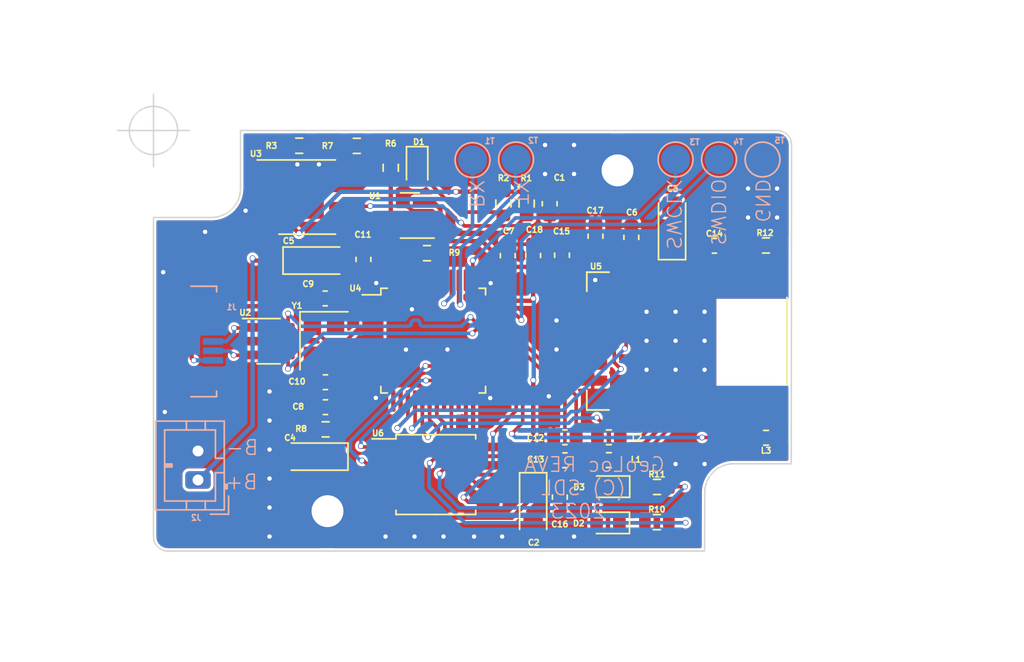
<source format=kicad_pcb>
(kicad_pcb (version 20211014) (generator pcbnew)
  (title_block (title "GPSRecorder") (date "24 jun 2013") (company "SDL"))
  (layers (0 "F.Cu" signal "TOP") (31 "B.Cu" signal "BOTTOM") (34 "B.Paste" user) (35 "F.Paste" user) (36 "B.SilkS" user "B.Silkscreen") (37 "F.SilkS" user "F.Silkscreen") (38 "B.Mask" user) (39 "F.Mask" user) (44 "Edge.Cuts" user))
  (net 0 "")
  (net 1 "GND")
  (net 2 "GPS_RST")
  (net 3 "+3V3")
  (net 4 "GPS_RX")
  (net 5 "GPS_TX")
  (net 6 "+5V")
  (net 7 "DBG_SWDIO")
  (net 8 "DBG_SWCLK")
  (net 9 "USB_OTG_FS_D-")
  (net 10 "USB_OTG_FS_D+")
  (net 11 "Net-(C1-Pad2)")
  (net 12 "DBG_RX")
  (net 13 "GPS_TM")
  (net 14 "GPS_FIX")
  (net 15 "FLASH_NSS")
  (net 16 "FLASH_SCK")
  (net 17 "FLASH_MISO")
  (net 18 "FLASH_MOSI")
  (net 19 "GPS_SB")
  (net 20 "DBG_TX")
  (net 21 "Net-(L3-Pad2)")
  (net 22 "Net-(C14-Pad1)")
  (net 23 "Net-(C14-Pad2)")
  (net 24 "Net-(D1-Pad2)")
  (net 25 "Net-(D1-Pad1)")
  (net 26 "Net-(R3-Pad2)")
  (net 27 "Net-(R9-Pad1)")
  (net 28 "Net-(R10-Pad1)")
  (net 29 "Net-(R6-Pad2)")
  (net 30 "Net-(R11-Pad1)")
  (net 31 "Net-(R12-Pad1)")
  (net 32 "Net-(L1-Pad2)")
  (net 33 "Net-(L2-Pad2)")
  (net 34 "Net-(D3-Pad1)")
  (net 35 "Net-(J1-Pad2)")
  (net 36 "Net-(J1-Pad3)")
  (net 52 "+BATT")
  (net 53 "Net-(C8-Pad2)")
  (net 54 "Net-(C9-Pad1)")
  (net 55 "Net-(C10-Pad1)")
  (net 56 "Net-(D2-Pad1)")
  (footprint "LED_SMD:LED_0603_1608Metric" (layer "F.Cu") (at 103.14 62.86 180)
    (fp_text reference "D2")
    (fp_text value "LED_RED")
  )
  (footprint "Capacitor_Tantalum_SMD:CP_EIA-3216-10_Kemet-I" (layer "F.Cu") (at 82.9 58.29 180)
    (fp_text reference "C4")
    (fp_text value "10u")
  )
  (footprint "Capacitor_SMD:C_0603_1608Metric" (layer "F.Cu") (at 86.278 44.69 -90)
    (fp_text reference "C11")
    (fp_text value "100n")
  )
  (footprint "Capacitor_SMD:C_0603_1608Metric" (layer "F.Cu") (at 100.17 58.54 180)
    (fp_text reference "C13")
    (fp_text value "22p")
  )
  (footprint "Package_SO:SOIC-8-1EP_3.9x4.9mm_P1.27mm_EP2.29x3mm" (layer "F.Cu") (at 82.4 40.39)
    (fp_text reference "U3")
    (fp_text value "CN3085")
  )
  (footprint "MountingHole:MountingHole_2.2mm_M2_Pad" (layer "F.Cu") (at 83.8 62.05)
    (fp_text reference "H2" hide)
    (fp_text value "MountingHole_Pad")
  )
  (footprint "Capacitor_SMD:C_0603_1608Metric" (layer "F.Cu") (at 83.66 54.88)
    (fp_text reference "C8")
    (fp_text value "100n")
  )
  (footprint "Package_TO_SOT_SMD:SOT-23" (layer "F.Cu") (at 89.48 41.66 180)
    (fp_text reference "U1")
    (fp_text value "MCP1700T-3302E/TT")
  )
  (footprint "LED_SMD:LED_0603_1608Metric" (layer "F.Cu") (at 103.155 60.36 180)
    (fp_text reference "D3")
    (fp_text value "LED_RED")
  )
  (footprint "Capacitor_Tantalum_SMD:CP_EIA-3216-10_Kemet-I" (layer "F.Cu") (at 83.0425 44.77)
    (fp_text reference "C5")
    (fp_text value "10u")
  )
  (footprint "Inductor_SMD:L_0603_1608Metric" (layer "F.Cu") (at 103.2 56.96)
    (fp_text reference "L2")
    (fp_text value "BEAD")
  )
  (footprint "Capacitor_SMD:C_0603_1608Metric" (layer "F.Cu") (at 102.28 43.09 90)
    (fp_text reference "C17")
    (fp_text value "22p")
  )
  (footprint "Package_TO_SOT_SMD:SOT-23-6" (layer "F.Cu") (at 79.74 50.33)
    (fp_text reference "U2")
    (fp_text value "USBLC6-4_9")
  )
  (footprint "Resistor_SMD:R_0603_1608Metric" (layer "F.Cu") (at 90.66 44.26 180)
    (fp_text reference "R9")
    (fp_text value "10K")
  )
  (footprint "Resistor_SMD:R_0603_1608Metric" (layer "F.Cu") (at 83.67 56.41 180)
    (fp_text reference "R8")
    (fp_text value "1K")
  )
  (footprint "Resistor_SMD:R_0603_1608Metric" (layer "F.Cu") (at 88.16 38.37 90)
    (fp_text reference "R6")
    (fp_text value "3K")
  )
  (footprint "Package_SO:SOIC-8_5.275x5.275mm_P1.27mm" (layer "F.Cu") (at 91.27 59.53)
    (fp_text reference "U6")
    (fp_text value "SST26VF032B")
  )
  (footprint "Resistor_SMD:R_0603_1608Metric" (layer "F.Cu") (at 106.51 62.81 180)
    (fp_text reference "R10")
    (fp_text value "330R")
  )
  (footprint "Resistor_SMD:R_0603_1608Metric" (layer "F.Cu") (at 85.82 36.86 180)
    (fp_text reference "R7")
    (fp_text value "1K2")
  )
  (footprint "Capacitor_SMD:C_0603_1608Metric" (layer "F.Cu") (at 99.97 44.4 90)
    (fp_text reference "C15")
    (fp_text value "22p")
  )
  (footprint "Resistor_SMD:R_0603_1608Metric" (layer "F.Cu") (at 114.03 43.73 180)
    (fp_text reference "R12")
    (fp_text value "0R")
  )
  (footprint "project_footprints:XCVR_M20050-1" (layer "F.Cu") (at 108.58 50.32 -90)
    (fp_text reference "U5")
    (fp_text value "M20050-1")
  )
  (footprint "Capacitor_SMD:C_0603_1608Metric" (layer "F.Cu") (at 97.98 44.42 90)
    (fp_text reference "C18")
    (fp_text value "22p")
  )
  (footprint "Package_QFP:LQFP-48_7x7mm_P0.5mm" (layer "F.Cu") (at 91.09 50.29)
    (fp_text reference "U4")
    (fp_text value "STM32F072CBT6")
  )
  (footprint "Capacitor_SMD:C_0603_1608Metric" (layer "F.Cu") (at 96.23 44.43 90)
    (fp_text reference "C7")
    (fp_text value "100n")
  )
  (footprint "LED_SMD:LED_0603_1608Metric" (layer "F.Cu") (at 89.98 38.4 -90)
    (fp_text reference "D1")
    (fp_text value "LTST-C190KRKT")
  )
  (footprint "Capacitor_Tantalum_SMD:CP_EIA-3216-10_Kemet-I" (layer "F.Cu") (at 97.98 61.71 -90)
    (fp_text reference "C2")
    (fp_text value "10u")
  )
  (footprint "MountingHole:MountingHole_2.2mm_M2_Pad" (layer "F.Cu") (at 103.8 38.55)
    (fp_text reference "H1" hide)
    (fp_text value "MountingHole_Pad")
  )
  (footprint "Capacitor_SMD:C_0603_1608Metric" (layer "F.Cu") (at 110.48 43.75 180)
    (fp_text reference "C14")
    (fp_text value "22p")
  )
  (footprint "Capacitor_SMD:C_0603_1608Metric" (layer "F.Cu") (at 83.64 47.38)
    (fp_text reference "C9")
    (fp_text value "22p")
  )
  (footprint "Resistor_SMD:R_0603_1608Metric" (layer "F.Cu") (at 97.53 40.84 -90)
    (fp_text reference "R1")
    (fp_text value "1K")
  )
  (footprint "Resistor_SMD:R_0603_1608Metric" (layer "F.Cu") (at 95.93 40.83 90)
    (fp_text reference "R2")
    (fp_text value "330R")
  )
  (footprint "Capacitor_SMD:C_0603_1608Metric" (layer "F.Cu") (at 104.75 43.17 90)
    (fp_text reference "C6")
    (fp_text value "100n")
  )
  (footprint "Resistor_SMD:R_0603_1608Metric" (layer "F.Cu") (at 81.85 36.85 180)
    (fp_text reference "R3")
    (fp_text value "1K2")
  )
  (footprint "Inductor_SMD:L_0603_1608Metric" (layer "F.Cu") (at 114.04 56.99)
    (fp_text reference "L3")
    (fp_text value "1n8")
  )
  (footprint "Inductor_SMD:L_0603_1608Metric" (layer "F.Cu") (at 103.2 58.53)
    (fp_text reference "L1")
    (fp_text value "BEAD")
  )
  (footprint "Capacitor_SMD:C_0603_1608Metric" (layer "F.Cu") (at 83.655 53.16 180)
    (fp_text reference "C10")
    (fp_text value "22p")
  )
  (footprint "Crystal:Crystal_SMD_Abracon_ABM8AIG-4Pin_3.2x2.5mm" (layer "F.Cu") (at 83.555 50.3 -90)
    (fp_text reference "Y1")
    (fp_text value "8MHz")
  )
  (footprint "Capacitor_Tantalum_SMD:CP_EIA-3216-10_Kemet-I" (layer "F.Cu") (at 107.56 42.3975 90)
    (fp_text reference "C3")
    (fp_text value "10u")
  )
  (footprint "Capacitor_SMD:C_0603_1608Metric" (layer "F.Cu") (at 100.17 56.96 180)
    (fp_text reference "C12")
    (fp_text value "22p")
  )
  (footprint "Capacitor_SMD:C_0603_1608Metric" (layer "F.Cu") (at 99.82 61.08 90)
    (fp_text reference "C16")
    (fp_text value "100n")
  )
  (footprint "Capacitor_SMD:C_0603_1608Metric" (layer "F.Cu") (at 99.12 40.85 90)
    (fp_text reference "C1")
    (fp_text value "100n")
  )
  (footprint "Resistor_SMD:R_0603_1608Metric" (layer "F.Cu") (at 106.52 60.38 180)
    (fp_text reference "R11")
    (fp_text value "330R")
  )
  (footprint "Connector_JST:JST_PH_B2B-PH-K_1x02_P2.00mm_Vertical" (layer "B.Cu") (at 74.87 59.9 90)
    (fp_text reference "J2")
    (fp_text value "Conn_01x02")
  )
  (footprint "TestPoint:TestPoint_Pad_D2.0mm" (layer "B.Cu") (at 110.8 37.8 180)
    (fp_text reference "T4")
    (fp_text value "DBG_SWCLK")
  )
  (footprint "Connector_USB:USB_Micro-B_Molex_47346-0001" (layer "B.Cu") (at 74.44 50.35 90)
    (fp_text reference "J1")
    (fp_text value "USB_OTG")
  )
  (footprint "TestPoint:TestPoint_Pad_D2.0mm" (layer "B.Cu") (at 113.8 37.8 180)
    (fp_text reference "T5")
    (fp_text value "GND")
  )
  (footprint "TestPoint:TestPoint_Pad_D2.0mm" (layer "B.Cu") (at 107.8 37.8 180)
    (fp_text reference "T3")
    (fp_text value "DBG_SWDIO")
  )
  (footprint "TestPoint:TestPoint_Pad_D2.0mm" (layer "B.Cu") (at 93.8 37.84 180)
    (fp_text reference "T1")
    (fp_text value "DBG_RX")
  )
  (footprint "project_footprints:dummy" (layer "B.Cu") (at 76.35 46.15 180)
    (fp_text reference "BATTERY1" hide)
    (fp_text value "103040 ")
  )
  (footprint "TestPoint:TestPoint_Pad_D2.0mm" (layer "B.Cu") (at 96.8 37.8 180)
    (fp_text reference "T2")
    (fp_text value "DBG_TX")
  )
  (gr_arc (start 114.8 35.8) (mid 115.508803 36.091197) (end 115.8 36.8) (layer "Edge.Cuts") (width 0.1))
  (gr_line (start 109.8 64.8) (end 72.8 64.8) (layer "Edge.Cuts") (width 0.1))
  (gr_arc (start 72.8 64.8) (mid 72.091192 64.508808) (end 71.8 63.8) (layer "Edge.Cuts") (width 0.1))
  (gr_line (start 71.8 63.8) (end 71.8 41.8) (layer "Edge.Cuts") (width 0.1))
  (gr_line (start 75.8 41.8) (end 71.8 41.8) (layer "Edge.Cuts") (width 0.1))
  (gr_line (start 77.8 39.8) (end 77.8 35.8) (layer "Edge.Cuts") (width 0.1))
  (gr_line (start 115.8 36.8) (end 115.78 58.78) (layer "Edge.Cuts") (width 0.1))
  (gr_arc (start 77.8 39.8) (mid 77.214213 41.214213) (end 75.8 41.8) (layer "Edge.Cuts") (width 0.1))
  (gr_line (start 109.8 64.8) (end 109.81 60.81) (layer "Edge.Cuts") (width 0.1))
  (gr_line (start 115.78 58.78) (end 111.83 58.78) (layer "Edge.Cuts") (width 0.1))
  (gr_line (start 114.8 35.8) (end 77.8 35.8) (layer "Edge.Cuts") (width 0.1))
  (gr_arc (start 109.810125 60.809998) (mid 110.392185 59.369255) (end 111.83 58.78) (layer "Edge.Cuts") (width 0.1))
  (gr_text "B-" (at 77.92 57.67) (layer "B.SilkS") (effects (font (size 1 1) (thickness 0.1)) (justify mirror)))
  (gr_text "B+\n" (at 77.87 60.04) (layer "B.SilkS") (effects (font (size 1 1) (thickness 0.1)) (justify mirror)))
  (gr_text "TX\n\nRX" (at 95.59 39.13 270) (layer "B.SilkS") (effects (font (size 0.95 1) (thickness 0.1)) (justify right mirror)))
  (gr_text "GeoLoc REVA\n  (C) SDL\n   2023" (at 102.21 60.45) (layer "B.SilkS") (effects (font (size 1 1) (thickness 0.1)) (justify mirror)))
  (gr_text "GND\n\nSWDIO\n\nSWCLK" (at 110.73 39.05 270) (layer "B.SilkS") (effects (font (size 0.95 1) (thickness 0.1)) (justify right mirror)))
  (target plus (at 71.8 35.8) (size 5) (width 0.1) (layer "Edge.Cuts"))
  (via (at 109.8 52.3) (size 0.4) (drill 0.3) (layers "F.Cu" "B.Cu") (net 1))
  (via (at 105.8 48.3) (size 0.4) (drill 0.3) (layers "F.Cu" "B.Cu") (net 1))
  (via (at 98.8 36.8) (size 0.4) (drill 0.3) (layers "F.Cu" "B.Cu") (net 1))
  (via (at 112.8 39.8) (size 0.4) (drill 0.3) (layers "F.Cu" "B.Cu") (net 1))
  (via (at 99.06 54.13) (size 0.4) (drill 0.3) (layers "F.Cu" "B.Cu") (net 1))
  (via (at 102.26 46.11) (size 0.4) (drill 0.3) (layers "F.Cu" "B.Cu") (net 1))
  (via (at 72.58 55.21) (size 0.4) (drill 0.3) (layers "F.Cu" "B.Cu") (net 1))
  (via (at 99.59 48.9) (size 0.4) (drill 0.3) (layers "F.Cu" "B.Cu") (net 1))
  (via (at 99.59 50.9) (size 0.4) (drill 0.3) (layers "F.Cu" "B.Cu") (net 1))
  (via (at 105.8 52.3) (size 0.4) (drill 0.3) (layers "F.Cu" "B.Cu") (net 1))
  (via (at 98.8 38.8) (size 0.4) (drill 0.3) (layers "F.Cu" "B.Cu") (net 1))
  (via (at 79.8 57.8) (size 0.4) (drill 0.3) (layers "F.Cu" "B.Cu") (net 1))
  (via (at 89.62 48.13) (size 0.4) (drill 0.3) (layers "F.Cu" "B.Cu") (net 1))
  (via (at 79.8 53.8) (size 0.4) (drill 0.3) (layers "F.Cu" "B.Cu") (net 1))
  (via (at 81.72 38.14) (size 0.4) (drill 0.3) (layers "F.Cu" "B.Cu") (net 1))
  (via (at 112.8 41.8) (size 0.4) (drill 0.3) (layers "F.Cu" "B.Cu") (net 1))
  (via (at 107.8 52.3) (size 0.4) (drill 0.3) (layers "F.Cu" "B.Cu") (net 1))
  (via (at 114.8 41.8) (size 0.4) (drill 0.3) (layers "F.Cu" "B.Cu") (net 1))
  (via (at 109.8 48.3) (size 0.4) (drill 0.3) (layers "F.Cu" "B.Cu") (net 1))
  (via (at 79.8 55.8) (size 0.4) (drill 0.3) (layers "F.Cu" "B.Cu") (net 1))
  (via (at 79.8 59.8) (size 0.4) (drill 0.3) (layers "F.Cu" "B.Cu") (net 1))
  (via (at 107.8 58.8) (size 0.4) (drill 0.3) (layers "F.Cu" "B.Cu") (net 1))
  (via (at 91.8 63.8) (size 0.4) (drill 0.3) (layers "F.Cu" "B.Cu") (net 1))
  (via (at 72.47 45.57) (size 0.4) (drill 0.3) (layers "F.Cu" "B.Cu") (net 1))
  (via (at 87.13 54.24) (size 0.4) (drill 0.3) (layers "F.Cu" "B.Cu") (net 1))
  (via (at 114.8 39.8) (size 0.4) (drill 0.3) (layers "F.Cu" "B.Cu") (net 1))
  (via (at 92.07 50.9) (size 0.4) (drill 0.3) (layers "F.Cu" "B.Cu") (net 1))
  (via (at 89.21 50.91) (size 0.4) (drill 0.3) (layers "F.Cu" "B.Cu") (net 1))
  (via (at 95.02 54.25) (size 0.4) (drill 0.3) (layers "F.Cu" "B.Cu") (net 1))
  (via (at 87.16 46.32) (size 0.4) (drill 0.3) (layers "F.Cu" "B.Cu") (net 1))
  (via (at 78.15 41.33) (size 0.4) (drill 0.3) (layers "F.Cu" "B.Cu") (net 1))
  (via (at 95.05 46.33) (size 0.4) (drill 0.3) (layers "F.Cu" "B.Cu") (net 1))
  (via (at 87.8 63.8) (size 0.4) (drill 0.3) (layers "F.Cu" "B.Cu") (net 1))
  (via (at 105.8 50.3) (size 0.4) (drill 0.3) (layers "F.Cu" "B.Cu") (net 1))
  (via (at 100.8 63.8) (size 0.4) (drill 0.3) (layers "F.Cu" "B.Cu") (net 1))
  (via (at 100.8 38.8) (size 0.4) (drill 0.3) (layers "F.Cu" "B.Cu") (net 1))
  (via (at 109.8 50.3) (size 0.4) (drill 0.3) (layers "F.Cu" "B.Cu") (net 1))
  (via (at 83.21 38.14) (size 0.4) (drill 0.3) (layers "F.Cu" "B.Cu") (net 1))
  (via (at 107.8 50.3) (size 0.4) (drill 0.3) (layers "F.Cu" "B.Cu") (net 1))
  (via (at 107.8 48.3) (size 0.4) (drill 0.3) (layers "F.Cu" "B.Cu") (net 1))
  (via (at 79.8 63.8) (size 0.4) (drill 0.3) (layers "F.Cu" "B.Cu") (net 1))
  (via (at 109.8 58.8) (size 0.4) (drill 0.3) (layers "F.Cu" "B.Cu") (net 1))
  (via (at 93.906039 63.8) (size 0.4) (drill 0.3) (layers "F.Cu" "B.Cu") (net 1))
  (via (at 79.8 61.8) (size 0.4) (drill 0.3) (layers "F.Cu" "B.Cu") (net 1))
  (via (at 100.8 36.8) (size 0.4) (drill 0.3) (layers "F.Cu" "B.Cu") (net 1))
  (via (at 75.36 42.79) (size 0.4) (drill 0.3) (layers "F.Cu" "B.Cu") (net 1))
  (via (at 89.8 63.8) (size 0.4) (drill 0.3) (layers "F.Cu" "B.Cu") (net 1))
  (via (at 95.843049 63.8) (size 0.4) (drill 0.3) (layers "F.Cu" "B.Cu") (net 1))
  (segment (start 104.39 47.48) (end 104.39 50.75) (width 0.25) (layer "F.Cu") (net 2))
  (segment (start 89.34 54.4525) (end 89.34 55.591201) (width 0.25) (layer "F.Cu") (net 2))
  (segment (start 104.98 46.89) (end 104.39 47.48) (width 0.25) (layer "F.Cu") (net 2))
  (segment (start 104.98 46) (end 104.98 46.89) (width 0.25) (layer "F.Cu") (net 2))
  (segment (start 89.34 55.591201) (end 88.61631 56.314891) (width 0.25) (layer "F.Cu") (net 2))
  (segment (start 88.61631 56.314891) (end 88.61631 56.315309) (width 0.25) (layer "F.Cu") (net 2))
  (segment (start 104.39 50.75) (end 104.3 50.84) (width 0.25) (layer "F.Cu") (net 2))
  (via (at 104.3 50.84) (size 0.4) (drill 0.3) (layers "F.Cu" "B.Cu") (net 2))
  (via (at 88.61631 56.315309) (size 0.4) (drill 0.3) (layers "F.Cu" "B.Cu") (net 2))
  (segment (start 89.841201 55.09) (end 88.61631 56.314891) (width 0.25) (layer "B.Cu") (net 2))
  (segment (start 100.05 55.09) (end 89.841201 55.09) (width 0.25) (layer "B.Cu") (net 2))
  (segment (start 104.3 50.84) (end 100.05 55.09) (width 0.25) (layer "B.Cu") (net 2))
  (segment (start 88.61631 56.314891) (end 88.61631 56.315309) (width 0.25) (layer "B.Cu") (net 2))
  (segment (start 96.23 45.205) (end 94.455 43.43) (width 0.3) (layer "F.Cu") (net 3))
  (segment (start 86.278 45.465) (end 85.6 46.143) (width 0.3) (layer "F.Cu") (net 3))
  (segment (start 98 60.5425) (end 97.99 60.5325) (width 0.3) (layer "F.Cu") (net 3))
  (segment (start 90.4175 40.71) (end 91.08 40.71) (width 0.3) (layer "F.Cu") (net 3))
  (segment (start 85.6 47.36) (end 85.78 47.54) (width 0.3) (layer "F.Cu") (net 3))
  (segment (start 84.495 58.395) (end 86.265 60.165) (width 0.3) (layer "F.Cu") (net 3))
  (segment (start 95.2525 47.54) (end 97.84 47.54) (width 0.3) (layer "F.Cu") (net 3))
  (segment (start 97.895 58.895) (end 97.99 58.8) (width 0.3) (layer "F.Cu") (net 3))
  (segment (start 87.303 44.44) (end 86.278 45.465) (width 0.3) (layer "F.Cu") (net 3))
  (segment (start 97.99 53.02) (end 97.99 57.61) (width 0.3) (layer "F.Cu") (net 3))
  (segment (start 94.845 57.65) (end 94.87 57.625) (width 0.3) (layer "F.Cu") (net 3))
  (segment (start 107.15 44.24) (end 107.18 44.27) (width 0.3) (layer "F.Cu") (net 3))
  (segment (start 96.51 62.5) (end 98 61.01) (width 0.3) (layer "F.Cu") (net 3))
  (segment (start 98.02 60.2825) (end 99.7975 60.2825) (width 0.3) (layer "F.Cu") (net 3))
  (segment (start 102.3675 60.36) (end 99.875 60.36) (width 0.3) (layer "F.Cu") (net 3))
  (segment (start 85.6 46.143) (end 85.6 47.36) (width 0.3) (layer "F.Cu") (net 3))
  (segment (start 99.95 45.195) (end 99.95 47.12) (width 0.3) (layer "F.Cu") (net 3))
  (segment (start 99.95 45.195) (end 100.905 44.24) (width 0.3) (layer "F.Cu") (net 3))
  (segment (start 97.84 47.54) (end 97.99 47.39) (width 0.3) (layer "F.Cu") (net 3))
  (segment (start 88.34 43.83) (end 88.34 44.52) (width 0.3) (layer "F.Cu") (net 3))
  (segment (start 97.98 45.195) (end 99.95 45.195) (width 0.3) (layer "F.Cu") (net 3))
  (segment (start 97.98 45.195) (end 97.98 47.38) (width 0.3) (layer "F.Cu") (net 3))
  (segment (start 94.455 43.43) (end 91.61 43.43) (width 0.3) (layer "F.Cu") (net 3))
  (segment (start 87.303 44.44) (end 88.26 44.44) (width 0.3) (layer "F.Cu") (net 3))
  (segment (start 99.95 47.12) (end 100.38 47.55) (width 0.3) (layer "F.Cu") (net 3))
  (segment (start 97.99 60.5325) (end 97.99 58.8) (width 0.3) (layer "F.Cu") (net 3))
  (segment (start 84.495 56.41) (end 84.495 58.395) (width 0.3) (layer "F.Cu") (net 3))
  (segment (start 85.84 55.065) (end 84.495 56.41) (width 0.3) (layer "F.Cu") (net 3))
  (segment (start 85.78 47.54) (end 86.9275 47.54) (width 0.3) (layer "F.Cu") (net 3))
  (segment (start 91.08 40.71) (end 91.59 41.22) (width 0.3) (layer "F.Cu") (net 3))
  (segment (start 86.9275 51.54) (end 86.088959 51.54) (width 0.3) (layer "F.Cu") (net 3))
  (segment (start 94.87 58.895) (end 97.895 58.895) (width 0.3) (layer "F.Cu") (net 3))
  (segment (start 93.84 57.45) (end 94.04 57.65) (width 0.3) (layer "F.Cu") (net 3))
  (segment (start 88.735 43.435) (end 88.34 43.83) (width 0.3) (layer "F.Cu") (net 3))
  (segment (start 91.615 43.435) (end 88.735 43.435) (width 0.3) (layer "F.Cu") (net 3))
  (segment (start 86.088959 51.54) (end 85.84 51.788959) (width 0.3) (layer "F.Cu") (net 3))
  (segment (start 85.84 51.788959) (end 85.84 55.065) (width 0.3) (layer "F.Cu") (net 3))
  (segment (start 93.84 54.4525) (end 93.84 57.45) (width 0.3) (layer "F.Cu") (net 3))
  (segment (start 98 61.01) (end 98 60.5425) (width 0.3) (layer "F.Cu") (net 3))
  (segment (start 98.035 45.205) (end 96.23 45.205) (width 0.3) (layer "F.Cu") (net 3))
  (segment (start 91.59 41.22) (end 91.59 43.41) (width 0.3) (layer "F.Cu") (net 3))
  (segment (start 88.26 44.44) (end 88.34 44.52) (width 0.3) (layer "F.Cu") (net 3))
  (segment (start 100.905 44.24) (end 107.15 44.24) (width 0.3) (layer "F.Cu") (net 3))
  (segment (start 94.04 57.65) (end 94.845 57.65) (width 0.3) (layer "F.Cu") (net 3))
  (segment (start 102.08 47.55) (end 100.38 47.55) (width 0.3) (layer "F.Cu") (net 3))
  (segment (start 102.3725 62.88) (end 102.3525 62.86) (width 0.3) (layer "F.Cu") (net 3))
  (segment (start 97.975 57.625) (end 94.87 57.625) (width 0.3) (layer "F.Cu") (net 3))
  (segment (start 97.98 47.38) (end 97.99 47.39) (width 0.3) (layer "F.Cu") (net 3))
  (segment (start 102.3875 62.89) (end 102.3875 60.39) (width 0.3) (layer "F.Cu") (net 3))
  (segment (start 97.99 57.61) (end 97.975 57.625) (width 0.3) (layer "F.Cu") (net 3))
  (segment (start 87.67 60.165) (end 89.435 60.165) (width 0.3) (layer "F.Cu") (net 3))
  (segment (start 86.265 60.165) (end 87.67 60.165) (width 0.3) (layer "F.Cu") (net 3))
  (segment (start 89.435 60.165) (end 91.77 62.5) (width 0.3) (layer "F.Cu") (net 3))
  (segment (start 99.875 60.36) (end 99.82 60.305) (width 0.3) (layer "F.Cu") (net 3))
  (segment (start 97.99 53.02) (end 97.99 58.8) (width 0.3) (layer "F.Cu") (net 3))
  (segment (start 91.61 43.43) (end 91.59 43.41) (width 0.3) (layer "F.Cu") (net 3))
  (segment (start 91.77 62.5) (end 96.51 62.5) (width 0.3) (layer "F.Cu") (net 3))
  (segment (start 107.18 44.27) (end 107.18 46) (width 0.3) (layer "F.Cu") (net 3))
  (segment (start 91.59 43.41) (end 91.615 43.435) (width 0.3) (layer "F.Cu") (net 3))
  (segment (start 88.34 44.52) (end 88.34 46.1275) (width 0.3) (layer "F.Cu") (net 3))
  (via (at 97.99 53.02) (size 0.4) (drill 0.3) (layers "F.Cu" "B.Cu") (net 3))
  (via (at 97.99 47.39) (size 0.4) (drill 0.3) (layers "F.Cu" "B.Cu") (net 3))
  (segment (start 98.0195 52.9905) (end 98.0195 47.4195) (width 0.3) (layer "B.Cu") (net 3))
  (segment (start 98.0195 47.4195) (end 97.99 47.39) (width 0.3) (layer "B.Cu") (net 3))
  (segment (start 97.99 53.02) (end 98.0195 52.9905) (width 0.3) (layer "B.Cu") (net 3))
  (segment (start 96.9 50.04) (end 100.945 54.085) (width 0.25) (layer "F.Cu") (net 4))
  (segment (start 100.945 54.085) (end 100.945 56.96) (width 0.25) (layer "F.Cu") (net 4))
  (segment (start 100.945 56.96) (end 102.4125 56.96) (width 0.25) (layer "F.Cu") (net 4))
  (segment (start 95.2525 50.04) (end 96.9 50.04) (width 0.25) (layer "F.Cu") (net 4))
  (segment (start 96.763604 50.54) (end 95.2525 50.54) (width 0.25) (layer "F.Cu") (net 5))
  (segment (start 100.945 58.54) (end 102.4025 58.54) (width 0.25) (layer "F.Cu") (net 5))
  (segment (start 100.65 58.54) (end 100.17 58.06) (width 0.25) (layer "F.Cu") (net 5))
  (segment (start 100.945 58.54) (end 100.65 58.54) (width 0.25) (layer "F.Cu") (net 5))
  (segment (start 100.17 58.06) (end 100.17 53.946396) (width 0.25) (layer "F.Cu") (net 5))
  (segment (start 102.4025 58.54) (end 102.4125 58.53) (width 0.25) (layer "F.Cu") (net 5))
  (segment (start 100.17 53.946396) (end 96.763604 50.54) (width 0.25) (layer "F.Cu") (net 5))
  (segment (start 79.79 48.53) (end 79.18 47.92) (width 0.3) (layer "F.Cu") (net 6))
  (segment (start 79.97 42.25) (end 79.925 42.295) (width 0.3) (layer "F.Cu") (net 6))
  (segment (start 97.53 40.015) (end 97.525 40.02) (width 0.3) (layer "F.Cu") (net 6))
  (segment (start 74.43 47.88) (end 74.43 51.5) (width 0.3) (layer "F.Cu") (net 6))
  (segment (start 92.66 40.02) (end 92.65 40.03) (width 0.3) (layer "F.Cu") (net 6))
  (segment (start 74.47 47.92) (end 74.43 47.88) (width 0.3) (layer "F.Cu") (net 6))
  (segment (start 81.19 42.25) (end 79.97 42.25) (width 0.3) (layer "F.Cu") (net 6))
  (segment (start 78.895 42.295) (end 74.43 46.76) (width 0.3) (layer "F.Cu") (net 6))
  (segment (start 81.0775 50.33) (end 80.14 50.33) (width 0.3) (layer "F.Cu") (net 6))
  (segment (start 81.83 42.89) (end 81.19 42.25) (width 0.3) (layer "F.Cu") (net 6))
  (segment (start 79.215 42.295) (end 78.895 42.295) (width 0.3) (layer "F.Cu") (net 6))
  (segment (start 80.14 50.33) (end 79.79 49.98) (width 0.3) (layer "F.Cu") (net 6))
  (segment (start 74.43 46.76) (end 74.43 47.88) (width 0.3) (layer "F.Cu") (net 6))
  (segment (start 79.79 49.98) (end 79.79 48.53) (width 0.3) (layer "F.Cu") (net 6))
  (segment (start 79.18 47.92) (end 74.47 47.92) (width 0.3) (layer "F.Cu") (net 6))
  (segment (start 97.525 40.02) (end 92.66 40.02) (width 0.3) (layer "F.Cu") (net 6))
  (via (at 81.83 42.89) (size 0.4) (drill 0.3) (layers "F.Cu" "B.Cu") (net 6))
  (via (at 74.58 51.65) (size 0.4) (drill 0.3) (layers "F.Cu" "B.Cu") (net 6))
  (via (at 92.65 40.03) (size 0.4) (drill 0.3) (layers "F.Cu" "B.Cu") (net 6))
  (segment (start 81.83 42.89) (end 84.69 40.03) (width 0.3) (layer "B.Cu") (net 6))
  (segment (start 75.9 51.65) (end 74.58 51.65) (width 0.3) (layer "B.Cu") (net 6))
  (segment (start 84.69 40.03) (end 92.65 40.03) (width 0.3) (layer "B.Cu") (net 6))
  (segment (start 96.84 48.54) (end 95.2525 48.54) (width 0.25) (layer "F.Cu") (net 7))
  (segment (start 97.17 48.87) (end 96.84 48.54) (width 0.25) (layer "F.Cu") (net 7))
  (via (at 97.17 48.87) (size 0.4) (drill 0.3) (layers "F.Cu" "B.Cu") (net 7))
  (segment (start 97.17 43.43) (end 98.320499 42.279501) (width 0.25) (layer "B.Cu") (net 7))
  (segment (start 106.320499 42.279501) (end 110.8 37.8) (width 0.25) (layer "B.Cu") (net 7))
  (segment (start 97.17 48.87) (end 97.17 43.43) (width 0.25) (layer "B.Cu") (net 7))
  (segment (start 98.320499 42.279501) (end 106.320499 42.279501) (width 0.25) (layer "B.Cu") (net 7))
  (segment (start 93.84 46.1275) (end 93.82 46.1075) (width 0.25) (layer "F.Cu") (net 8))
  (segment (start 93.82 46.1075) (end 93.82 44.77) (width 0.25) (layer "F.Cu") (net 8))
  (via (at 93.82 44.77) (size 0.4) (drill 0.3) (layers "F.Cu" "B.Cu") (net 8))
  (segment (start 96.76 41.83) (end 93.82 44.77) (width 0.25) (layer "B.Cu") (net 8))
  (segment (start 105.184213 41.83) (end 96.76 41.83) (width 0.25) (layer "B.Cu") (net 8))
  (segment (start 107.8 39.214213) (end 105.184213 41.83) (width 0.25) (layer "B.Cu") (net 8))
  (segment (start 107.8 37.8) (end 107.8 39.214213) (width 0.25) (layer "B.Cu") (net 8))
  (segment (start 95.2525 49.54) (end 94.04 49.54) (width 0.25) (layer "F.Cu") (net 9))
  (segment (start 94.04 49.54) (end 93.79 49.79) (width 0.25) (layer "F.Cu") (net 9))
  (segment (start 81.0775 51.28) (end 81.0775 52.2275) (width 0.25) (layer "F.Cu") (net 9))
  (via (at 81.0775 52.2275) (size 0.4) (drill 0.3) (layers "F.Cu" "B.Cu") (net 9))
  (via (at 93.79 49.79) (size 0.4) (drill 0.3) (layers "F.Cu" "B.Cu") (net 9))
  (segment (start 83.515 49.79) (end 81.0775 52.2275) (width 0.25) (layer "B.Cu") (net 9))
  (segment (start 93.79 49.79) (end 83.515 49.79) (width 0.25) (layer "B.Cu") (net 9))
  (segment (start 93.66 48.67) (end 94.03 49.04) (width 0.25) (layer "F.Cu") (net 10))
  (segment (start 81.0775 49.38) (end 81.08 49.3775) (width 0.25) (layer "F.Cu") (net 10))
  (segment (start 81.08 49.3775) (end 81.08 48.43) (width 0.25) (layer "F.Cu") (net 10))
  (segment (start 94.03 49.04) (end 95.2525 49.04) (width 0.25) (layer "F.Cu") (net 10))
  (via (at 93.66 48.67) (size 0.4) (drill 0.3) (layers "F.Cu" "B.Cu") (net 10))
  (via (at 81.08 48.43) (size 0.4) (drill 0.3) (layers "F.Cu" "B.Cu") (net 10))
  (segment (start 90.173158 49.086841) (end 90.173158 49.086842) (width 0.25) (layer "B.Cu") (net 10))
  (segment (start 90.56 49.3) (end 93.03 49.3) (width 0.25) (layer "B.Cu") (net 10))
  (segment (start 90.386316 49.3) (end 90.56 49.3) (width 0.25) (layer "B.Cu") (net 10))
  (segment (start 81.95 49.3) (end 89.36 49.3) (width 0.25) (layer "B.Cu") (net 10))
  (segment (start 93.03 49.3) (end 93.66 48.67) (width 0.25) (layer "B.Cu") (net 10))
  (segment (start 81.08 48.43) (end 81.95 49.3) (width 0.25) (layer "B.Cu") (net 10))
  (segment (start 89.573158 49.086842) (end 89.573158 49.086841) (width 0.25) (layer "B.Cu") (net 10))
  (segment (start 89.786316 48.873683) (end 89.96 48.873683) (width 0.25) (layer "B.Cu") (net 10))
  (arc (start 90.173158 49.086842) (mid 90.235591 49.237567) (end 90.386316 49.3) (width 0.25) (layer "B.Cu") (net 10))
  (arc (start 89.573158 49.086841) (mid 89.635591 48.936116) (end 89.786316 48.873683) (width 0.25) (layer "B.Cu") (net 10))
  (arc (start 89.96 48.873683) (mid 90.110725 48.936116) (end 90.173158 49.086841) (width 0.25) (layer "B.Cu") (net 10))
  (arc (start 89.36 49.3) (mid 89.510725 49.237567) (end 89.573158 49.086842) (width 0.25) (layer "B.Cu") (net 10))
  (segment (start 99.12 40.075) (end 97.53 41.665) (width 0.25) (layer "F.Cu") (net 11))
  (segment (start 84.875 41.025) (end 86.735 41.025) (width 0.25) (layer "F.Cu") (net 11))
  (segment (start 93.237618 42.3795) (end 93.01176 42.153642) (width 0.25) (layer "F.Cu") (net 11))
  (segment (start 86.735 41.025) (end 86.75 41.01) (width 0.25) (layer "F.Cu") (net 11))
  (segment (start 97.53 41.665) (end 96.8155 42.3795) (width 0.25) (layer "F.Cu") (net 11))
  (segment (start 96.8155 42.3795) (end 93.237618 42.3795) (width 0.25) (layer "F.Cu") (net 11))
  (via (at 93.01176 42.153642) (size 0.4) (drill 0.3) (layers "F.Cu" "B.Cu") (net 11))
  (via (at 86.75 41.01) (size 0.4) (drill 0.3) (layers "F.Cu" "B.Cu") (net 11))
  (segment (start 92.876201 42.153642) (end 93.01176 42.153642) (width 0.25) (layer "B.Cu") (net 11))
  (segment (start 86.75 41.01) (end 91.732559 41.01) (width 0.25) (layer "B.Cu") (net 11))
  (segment (start 91.732559 41.01) (end 92.876201 42.153642) (width 0.25) (layer "B.Cu") (net 11))
  (segment (start 92.34 47.23) (end 91.84 47.73) (width 0.25) (layer "F.Cu") (net 12))
  (segment (start 92.34 46.1275) (end 92.34 47.23) (width 0.25) (layer "F.Cu") (net 12))
  (via (at 91.84 47.73) (size 0.4) (drill 0.3) (layers "F.Cu" "B.Cu") (net 12))
  (segment (start 92.510499 47.059501) (end 92.510499 43.753811) (width 0.25) (layer "B.Cu") (net 12))
  (segment (start 92.510499 43.753811) (end 93.8 42.46431) (width 0.25) (layer "B.Cu") (net 12))
  (segment (start 93.8 42.46431) (end 93.8 37.84) (width 0.25) (layer "B.Cu") (net 12))
  (segment (start 91.84 47.73) (end 92.510499 47.059501) (width 0.25) (layer "B.Cu") (net 12))
  (segment (start 103.88 46) (end 103.89 46.01) (width 0.25) (layer "F.Cu") (net 13))
  (segment (start 89.84 54.4525) (end 89.84 56.115799) (width 0.25) (layer "F.Cu") (net 13))
  (segment (start 89.84 56.115799) (end 89.6155 56.340299) (width 0.25) (layer "F.Cu") (net 13))
  (segment (start 103.5755 50.2845) (end 103.5755 51.7955) (width 0.25) (layer "F.Cu") (net 13))
  (segment (start 103.5755 51.7955) (end 104.03 52.25) (width 0.25) (layer "F.Cu") (net 13))
  (segment (start 103.89 49.97) (end 103.5755 50.2845) (width 0.25) (layer "F.Cu") (net 13))
  (segment (start 103.89 46.01) (end 103.89 49.97) (width 0.25) (layer "F.Cu") (net 13))
  (via (at 89.6155 56.340299) (size 0.4) (drill 0.3) (layers "F.Cu" "B.Cu") (net 13))
  (via (at 104.03 52.25) (size 0.4) (drill 0.3) (layers "F.Cu" "B.Cu") (net 13))
  (segment (start 100.236189 55.539501) (end 90.416298 55.539501) (width 0.25) (layer "B.Cu") (net 13))
  (segment (start 104.03 52.25) (end 101.100499 55.179501) (width 0.25) (layer "B.Cu") (net 13))
  (segment (start 100.596189 55.179501) (end 100.236189 55.539501) (width 0.25) (layer "B.Cu") (net 13))
  (segment (start 101.100499 55.179501) (end 100.596189 55.179501) (width 0.25) (layer "B.Cu") (net 13))
  (segment (start 90.416298 55.539501) (end 89.6155 56.340299) (width 0.25) (layer "B.Cu") (net 13))
  (segment (start 103.88 54.64) (end 103.88 55.84) (width 0.25) (layer "F.Cu") (net 14))
  (segment (start 103.76 55.96) (end 102.73 55.96) (width 0.25) (layer "F.Cu") (net 14))
  (segment (start 90.34 54.4525) (end 90.34 56.573895) (width 0.25) (layer "F.Cu") (net 14))
  (segment (start 102.73 55.96) (end 102.37 55.6) (width 0.25) (layer "F.Cu") (net 14))
  (segment (start 90.34 56.573895) (end 90.716498 56.950393) (width 0.25) (layer "F.Cu") (net 14))
  (segment (start 103.88 55.84) (end 103.76 55.96) (width 0.25) (layer "F.Cu") (net 14))
  (via (at 90.716498 56.950393) (size 0.4) (drill 0.3) (layers "F.Cu" "B.Cu") (net 14))
  (via (at 102.37 55.6) (size 0.4) (drill 0.3) (layers "F.Cu" "B.Cu") (net 14))
  (segment (start 100.422378 55.989002) (end 91.677889 55.989002) (width 0.25) (layer "B.Cu") (net 14))
  (segment (start 102.340998 55.629002) (end 100.782378 55.629002) (width 0.25) (layer "B.Cu") (net 14))
  (segment (start 100.782378 55.629002) (end 100.422378 55.989002) (width 0.25) (layer "B.Cu") (net 14))
  (segment (start 91.677889 55.989002) (end 90.716498 56.950393) (width 0.25) (layer "B.Cu") (net 14))
  (segment (start 102.37 55.6) (end 102.340998 55.629002) (width 0.25) (layer "B.Cu") (net 14))
  (segment (start 95.2525 53.04) (end 90.59 53.04) (width 0.25) (layer "F.Cu") (net 15))
  (segment (start 87.67 57.625) (end 86.165 57.625) (width 0.25) (layer "F.Cu") (net 15))
  (segment (start 86.165 57.625) (end 86.1 57.56) (width 0.25) (layer "F.Cu") (net 15))
  (via (at 90.59 53.04) (size 0.4) (drill 0.3) (layers "F.Cu" "B.Cu") (net 15))
  (via (at 86.1 57.56) (size 0.4) (drill 0.3) (layers "F.Cu" "B.Cu") (net 15))
  (segment (start 86.1 57.13569) (end 90.19569 53.04) (width 0.25) (layer "B.Cu") (net 15))
  (segment (start 90.19569 53.04) (end 90.59 53.04) (width 0.25) (layer "B.Cu") (net 15))
  (segment (start 86.1 57.56) (end 86.1 57.13569) (width 0.25) (layer "B.Cu") (net 15))
  (segment (start 94.059598 60.165) (end 94.87 60.165) (width 0.25) (layer "F.Cu") (net 16))
  (segment (start 92.34 54.4525) (end 92.34 58.445402) (width 0.25) (layer "F.Cu") (net 16))
  (segment (start 92.34 58.445402) (end 94.059598 60.165) (width 0.25) (layer "F.Cu") (net 16))
  (segment (start 87.575 58.99) (end 86.71 58.99) (width 0.25) (layer "F.Cu") (net 17))
  (segment (start 95.2525 52.04) (end 90.559998 52.04) (width 0.25) (layer "F.Cu") (net 17))
  (segment (start 86.71 58.99) (end 86.276856 58.556856) (width 0.25) (layer "F.Cu") (net 17))
  (segment (start 87.67 58.895) (end 87.575 58.99) (width 0.25) (layer "F.Cu") (net 17))
  (segment (start 86.276856 58.556856) (end 86.172687 58.556856) (width 0.25) (layer "F.Cu") (net 17))
  (via (at 90.559998 52.04) (size 0.4) (drill 0.3) (layers "F.Cu" "B.Cu") (net 17))
  (via (at 86.172687 58.556856) (size 0.4) (drill 0.3) (layers "F.Cu" "B.Cu") (net 17))
  (segment (start 85.3755 57.860098) (end 85.3755 57.2245) (width 0.25) (layer "B.Cu") (net 17))
  (segment (start 86.172687 58.556856) (end 86.072258 58.556856) (width 0.25) (layer "B.Cu") (net 17))
  (segment (start 86.072258 58.556856) (end 85.3755 57.860098) (width 0.25) (layer "B.Cu") (net 17))
  (segment (start 85.3755 57.2245) (end 90.559998 52.04) (width 0.25) (layer "B.Cu") (net 17))
  (segment (start 96.080685 51.565) (end 96.81 52.294315) (width 0.25) (layer "F.Cu") (net 18))
  (segment (start 95.2525 51.54) (end 95.2775 51.565) (width 0.25) (layer "F.Cu") (net 18))
  (segment (start 93.515 61.435) (end 93.18 61.1) (width 0.25) (layer "F.Cu") (net 18))
  (segment (start 96.81 52.294315) (end 96.81 55.113502) (width 0.25) (layer "F.Cu") (net 18))
  (segment (start 96.81 55.113502) (end 95.21 56.713502) (width 0.25) (layer "F.Cu") (net 18))
  (segment (start 95.2775 51.565) (end 96.080685 51.565) (width 0.25) (layer "F.Cu") (net 18))
  (segment (start 94.87 61.435) (end 93.515 61.435) (width 0.25) (layer "F.Cu") (net 18))
  (via (at 93.18 61.1) (size 0.4) (drill 0.3) (layers "F.Cu" "B.Cu") (net 18))
  (via (at 95.21 56.713502) (size 0.4) (drill 0.3) (layers "F.Cu" "B.Cu") (net 18))
  (segment (start 95.21 59.07) (end 93.18 61.1) (width 0.25) (layer "B.Cu") (net 18))
  (segment (start 95.21 56.713502) (end 95.21 59.07) (width 0.25) (layer "B.Cu") (net 18))
  (segment (start 109.63 56.97) (end 111.25 56.97) (width 0.25) (layer "F.Cu") (net 19))
  (segment (start 97.259501 55.950499) (end 96.51 56.7) (width 0.25) (layer "F.Cu") (net 19))
  (segment (start 97.259501 52.108126) (end 97.259501 55.950499) (width 0.25) (layer "F.Cu") (net 19))
  (segment (start 96.191375 51.04) (end 97.259501 52.108126) (width 0.25) (layer "F.Cu") (net 19))
  (segment (start 111.25 56.97) (end 112.68 55.54) (width 0.25) (layer "F.Cu") (net 19))
  (segment (start 95.2525 51.04) (end 96.191375 51.04) (width 0.25) (layer "F.Cu") (net 19))
  (segment (start 112.68 55.54) (end 112.68 54.64) (width 0.25) (layer "F.Cu") (net 19))
  (segment (start 96.51 56.7) (end 96.51 56.713502) (width 0.25) (layer "F.Cu") (net 19))
  (via (at 96.51 56.713502) (size 0.4) (drill 0.3) (layers "F.Cu" "B.Cu") (net 19))
  (via (at 109.63 56.97) (size 0.4) (drill 0.3) (layers "F.Cu" "B.Cu") (net 19))
  (segment (start 109.63 56.97) (end 96.766498 56.97) (width 0.25) (layer "B.Cu") (net 19))
  (segment (start 96.766498 56.97) (end 96.51 56.713502) (width 0.25) (layer "B.Cu") (net 19))
  (segment (start 92.84 46.1275) (end 92.84 47.69) (width 0.25) (layer "F.Cu") (net 20))
  (segment (start 92.84 47.69) (end 92.96 47.81) (width 0.25) (layer "F.Cu") (net 20))
  (via (at 92.96 47.81) (size 0.4) (drill 0.3) (layers "F.Cu" "B.Cu") (net 20))
  (segment (start 96.77 40.13) (end 96.77 37.8) (width 0.25) (layer "B.Cu") (net 20))
  (segment (start 92.96 47.81) (end 92.96 43.94) (width 0.25) (layer "B.Cu") (net 20))
  (segment (start 92.96 43.94) (end 96.77 40.13) (width 0.25) (layer "B.Cu") (net 20))
  (segment (start 114.88 56.9375) (end 114.8275 56.99) (width 0.25) (layer "F.Cu") (net 21))
  (segment (start 114.88 54.64) (end 114.88 56.9375) (width 0.25) (layer "F.Cu") (net 21))
  (segment (start 111.58 44.005) (end 111.325 43.75) (width 0.25) (layer "F.Cu") (net 22))
  (segment (start 111.58 46) (end 111.58 44.005) (width 0.25) (layer "F.Cu") (net 22))
  (segment (start 109.38 44.145) (end 109.775 43.75) (width 0.25) (layer "F.Cu") (net 23))
  (segment (start 109.38 46) (end 109.38 44.145) (width 0.25) (layer "F.Cu") (net 23))
  (segment (start 95.704142 41.429142) (end 92.839142 41.429142) (width 0.25) (layer "F.Cu") (net 24))
  (segment (start 90.5975 39.1875) (end 89.98 39.1875) (width 0.25) (layer "F.Cu") (net 24))
  (segment (start 92.839142 41.429142) (end 90.5975 39.1875) (width 0.25) (layer "F.Cu") (net 24))
  (segment (start 95.93 41.655) (end 95.704142 41.429142) (width 0.25) (layer "F.Cu") (net 24))
  (segment (start 86.18 39.78) (end 87.57 38.39) (width 0.25) (layer "F.Cu") (net 25))
  (segment (start 89.2025 38.39) (end 89.98 37.6125) (width 0.25) (layer "F.Cu") (net 25))
  (segment (start 87.57 38.39) (end 89.2025 38.39) (width 0.25) (layer "F.Cu") (net 25))
  (segment (start 84.9 39.78) (end 86.18 39.78) (width 0.25) (layer "F.Cu") (net 25))
  (segment (start 84.875 39.755) (end 84.9 39.78) (width 0.25) (layer "F.Cu") (net 25))
  (segment (start 78.3 37.23) (end 78.3 39.5) (width 0.25) (layer "F.Cu") (net 26))
  (segment (start 78.68 36.85) (end 78.3 37.23) (width 0.25) (layer "F.Cu") (net 26))
  (segment (start 78.3 39.5) (end 78.555 39.755) (width 0.25) (layer "F.Cu") (net 26))
  (segment (start 78.555 39.755) (end 79.925 39.755) (width 0.25) (layer "F.Cu") (net 26))
  (segment (start 81.025 36.85) (end 78.68 36.85) (width 0.25) (layer "F.Cu") (net 26))
  (segment (start 90.34 45.21) (end 90.34 46.1275) (width 0.25) (layer "F.Cu") (net 27))
  (segment (start 91.16 44.39) (end 90.34 45.21) (width 0.25) (layer "F.Cu") (net 27))
  (segment (start 91.440998 58.145924) (end 90.853043 58.733879) (width 0.25) (layer "F.Cu") (net 28))
  (segment (start 107.375 62.85) (end 108.49 62.85) (width 0.25) (layer "F.Cu") (net 28))
  (segment (start 90.84 55.768503) (end 91.440998 56.369501) (width 0.25) (layer "F.Cu") (net 28))
  (segment (start 107.335 62.81) (end 107.375 62.85) (width 0.25) (layer "F.Cu") (net 28))
  (segment (start 91.440998 56.369501) (end 91.440998 58.145924) (width 0.25) (layer "F.Cu") (net 28))
  (segment (start 90.84 54.4525) (end 90.84 55.768503) (width 0.25) (layer "F.Cu") (net 28))
  (via (at 108.49 62.85) (size 0.4) (drill 0.3) (layers "F.Cu" "B.Cu") (net 28))
  (via (at 90.853043 58.733879) (size 0.4) (drill 0.3) (layers "F.Cu" "B.Cu") (net 28))
  (segment (start 90.8065 58.780422) (end 90.8065 60.386788) (width 0.25) (layer "B.Cu") (net 28))
  (segment (start 90.8065 60.386788) (end 93.269712 62.85) (width 0.25) (layer "B.Cu") (net 28))
  (segment (start 93.269712 62.85) (end 108.49 62.85) (width 0.25) (layer "B.Cu") (net 28))
  (segment (start 90.853043 58.733879) (end 90.8065 58.780422) (width 0.25) (layer "B.Cu") (net 28))
  (segment (start 88.16 37.11) (end 87.88 36.83) (width 0.25) (layer "F.Cu") (net 29))
  (segment (start 86.645 38.295) (end 86.455 38.485) (width 0.25) (layer "F.Cu") (net 29))
  (segment (start 86.675 36.83) (end 86.645 36.86) (width 0.25) (layer "F.Cu") (net 29))
  (segment (start 86.455 38.485) (end 84.875 38.485) (width 0.25) (layer "F.Cu") (net 29))
  (segment (start 88.16 37.545) (end 88.16 37.11) (width 0.25) (layer "F.Cu") (net 29))
  (segment (start 87.88 36.83) (end 86.675 36.83) (width 0.25) (layer "F.Cu") (net 29))
  (segment (start 86.645 36.86) (end 86.645 38.295) (width 0.25) (layer "F.Cu") (net 29))
  (segment (start 91.34 54.4525) (end 91.34 55.46) (width 0.25) (layer "F.Cu") (net 30))
  (segment (start 107.345 60.38) (end 107.365 60.36) (width 0.25) (layer "F.Cu") (net 30))
  (segment (start 91.890499 56.010499) (end 91.890499 59.064713) (width 0.25) (layer "F.Cu") (net 30))
  (segment (start 91.531 59.424212) (end 91.531 59.468303) (width 0.25) (layer "F.Cu") (net 30))
  (segment (start 107.365 60.36) (end 108.44 60.36) (width 0.25) (layer "F.Cu") (net 30))
  (segment (start 91.34 55.46) (end 91.890499 56.010499) (width 0.25) (layer "F.Cu") (net 30))
  (segment (start 91.890499 59.064713) (end 91.531 59.424212) (width 0.25) (layer "F.Cu") (net 30))
  (via (at 91.531 59.468303) (size 0.4) (drill 0.3) (layers "F.Cu" "B.Cu") (net 30))
  (via (at 108.44 60.36) (size 0.4) (drill 0.3) (layers "F.Cu" "B.Cu") (net 30))
  (segment (start 91.531 59.468303) (end 91.531 60.475598) (width 0.25) (layer "B.Cu") (net 30))
  (segment (start 92.879902 61.8245) (end 106.9755 61.8245) (width 0.25) (layer "B.Cu") (net 30))
  (segment (start 106.9755 61.8245) (end 108.44 60.36) (width 0.25) (layer "B.Cu") (net 30))
  (segment (start 91.531 60.475598) (end 92.879902 61.8245) (width 0.25) (layer "B.Cu") (net 30))
  (segment (start 114.855 43.73) (end 114.855 45.975) (width 0.25) (layer "F.Cu") (net 31))
  (segment (start 114.855 45.975) (end 114.88 46) (width 0.25) (layer "F.Cu") (net 31))
  (segment (start 107.18 56.53) (end 105.18 58.53) (width 0.25) (layer "F.Cu") (net 32))
  (segment (start 105.18 58.53) (end 103.9875 58.53) (width 0.25) (layer "F.Cu") (net 32))
  (segment (start 107.18 54.64) (end 107.18 56.53) (width 0.25) (layer "F.Cu") (net 32))
  (segment (start 106.08 54.64) (end 106.08 56.28) (width 0.25) (layer "F.Cu") (net 33))
  (segment (start 106.08 56.28) (end 105.4 56.96) (width 0.25) (layer "F.Cu") (net 33))
  (segment (start 105.4 56.96) (end 103.9875 56.96) (width 0.25) (layer "F.Cu") (net 33))
  (segment (start 105.695 60.38) (end 105.675 60.36) (width 0.25) (layer "F.Cu") (net 34))
  (segment (start 105.675 60.36) (end 103.9425 60.36) (width 0.25) (layer "F.Cu") (net 34))
  (segment (start 78.782477 51.300023) (end 77.329977 51.300023) (width 0.25) (layer "F.Cu") (net 35))
  (via (at 77.329977 51.300023) (size 0.4) (drill 0.3) (layers "F.Cu" "B.Cu") (net 35))
  (segment (start 77.029954 51) (end 77.329977 51.300023) (width 0.25) (layer "B.Cu") (net 35))
  (segment (start 75.9025 51) (end 77.029954 51) (width 0.25) (layer "B.Cu") (net 35))
  (segment (start 78.7625 49.42) (end 77.36 49.42) (width 0.25) (layer "F.Cu") (net 36))
  (via (at 77.36 49.42) (size 0.4) (drill 0.3) (layers "F.Cu" "B.Cu") (net 36))
  (segment (start 77.36 49.805) (end 77.36 49.42) (width 0.25) (layer "B.Cu") (net 36))
  (segment (start 76.815 50.35) (end 77.36 49.805) (width 0.25) (layer "B.Cu") (net 36))
  (segment (start 75.9025 50.35) (end 76.815 50.35) (width 0.25) (layer "B.Cu") (net 36))
  (segment (start 81.6925 44.77) (end 78.79 44.77) (width 0.3) (layer "F.Cu") (net 52))
  (segment (start 82 44.77) (end 83.19 43.58) (width 0.3) (layer "F.Cu") (net 52))
  (segment (start 83.19 42.81) (end 83.705 42.295) (width 0.3) (layer "F.Cu") (net 52))
  (segment (start 88.16 39.195) (end 88.16 42.27) (width 0.3) (layer "F.Cu") (net 52))
  (segment (start 88.16 42.27) (end 88.135 42.295) (width 0.3) (layer "F.Cu") (net 52))
  (segment (start 83.705 42.295) (end 84.875 42.295) (width 0.3) (layer "F.Cu") (net 52))
  (segment (start 78.79 44.77) (end 78.63 44.61) (width 0.3) (layer "F.Cu") (net 52))
  (segment (start 81.6925 44.77) (end 82 44.77) (width 0.3) (layer "F.Cu") (net 52))
  (segment (start 83.19 43.58) (end 83.19 42.81) (width 0.3) (layer "F.Cu") (net 52))
  (segment (start 88.135 42.295) (end 84.875 42.295) (width 0.3) (layer "F.Cu") (net 52))
  (via (at 78.63 44.61) (size 0.4) (drill 0.3) (layers "F.Cu" "B.Cu") (net 52))
  (segment (start 78.63 56.14) (end 78.63 44.61) (width 0.3) (layer "B.Cu") (net 52))
  (segment (start 74.87 59.9) (end 78.63 56.14) (width 0.3) (layer "B.Cu") (net 52))
  (segment (start 86.115711 50.54) (end 85.365499 51.290212) (width 0.25) (layer "F.Cu") (net 53))
  (segment (start 86.9275 50.54) (end 86.115711 50.54) (width 0.25) (layer "F.Cu") (net 53))
  (segment (start 84.375 54.88) (end 82.845 56.41) (width 0.25) (layer "F.Cu") (net 53))
  (segment (start 85.365499 53.949501) (end 84.435 54.88) (width 0.25) (layer "F.Cu") (net 53))
  (segment (start 84.435 54.88) (end 84.375 54.88) (width 0.25) (layer "F.Cu") (net 53))
  (segment (start 85.365499 51.290212) (end 85.365499 53.949501) (width 0.25) (layer "F.Cu") (net 53))
  (segment (start 85.157919 50.225) (end 83.595 50.225) (width 0.25) (layer "F.Cu") (net 54))
  (segment (start 83.595 50.225) (end 82.755 49.385) (width 0.25) (layer "F.Cu") (net 54))
  (segment (start 82.755 47.525) (end 82.9 47.38) (width 0.25) (layer "F.Cu") (net 54))
  (segment (start 82.755 49.2) (end 82.755 47.525) (width 0.25) (layer "F.Cu") (net 54))
  (segment (start 86.9275 49.54) (end 85.842919 49.54) (width 0.25) (layer "F.Cu") (net 54))
  (segment (start 85.842919 49.54) (end 85.157919 50.225) (width 0.25) (layer "F.Cu") (net 54))
  (segment (start 82.755 49.385) (end 82.755 49.2) (width 0.25) (layer "F.Cu") (net 54))
  (segment (start 85.344315 50.675) (end 85.325 50.675) (width 0.25) (layer "F.Cu") (net 55))
  (segment (start 86.9275 50.04) (end 85.979315 50.04) (width 0.25) (layer "F.Cu") (net 55))
  (segment (start 84.774316 51.225684) (end 84.774316 51.39) (width 0.25) (layer "F.Cu") (net 55))
  (segment (start 85.979315 50.04) (end 85.344315 50.675) (width 0.25) (layer "F.Cu") (net 55))
  (segment (start 84.355 51.4) (end 84.355 53.145) (width 0.25) (layer "F.Cu") (net 55))
  (segment (start 84.619316 51.4) (end 84.355 51.4) (width 0.25) (layer "F.Cu") (net 55))
  (segment (start 85.325 50.675) (end 84.774316 51.225684) (width 0.25) (layer "F.Cu") (net 55))
  (segment (start 105.685 62.81) (end 105.635 62.86) (width 0.25) (layer "F.Cu") (net 56))
  (segment (start 105.635 62.86) (end 103.9275 62.86) (width 0.25) (layer "F.Cu") (net 56))
  (zone (net 1) (net_name "GND") (layer "F.Cu") (connect_pads (clearance 0.2)) (min_thickness 0.2) (fill yes (thermal_gap 0.2) (thermal_bridge_width 0.25))
    (polygon (pts (xy 71.8 35.76) (xy 71.8 64.76) (xy 109.8 64.79) (xy 115.8 64.8) (xy 115.8 58.76) (xy 115.8 35.76)))
  )
  (zone (net 1) (net_name "GND") (layer "B.Cu") (connect_pads yes (clearance 0.2)) (min_thickness 0.2) (fill yes (thermal_gap 0.2) (thermal_bridge_width 0.25))
    (polygon (pts (xy 71.86 35.780001) (xy 71.86 64.780001) (xy 109.86 64.780001) (xy 115.86 64.780001) (xy 115.86 58.780001) (xy 115.86 35.780001)))
  )
)
</source>
